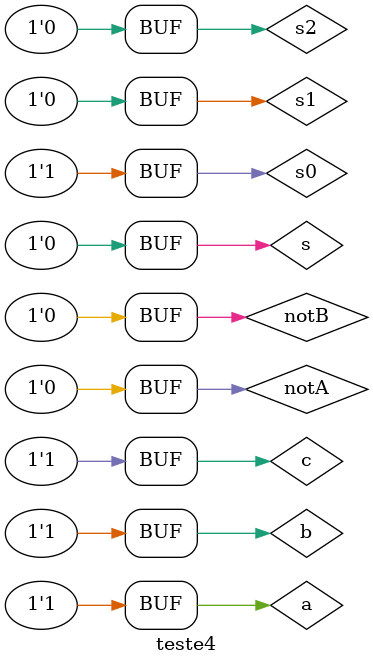
<source format=v>

 module teste4;
 reg   a, b;
 wire  notA, notB, c, s1, s2, s0, s;
 
 nor NOR0 (notA, a, a);
 nor NOR1 (notB, b, b);
 nor COUT (c, notA, notB);
 nor NOR3 (s1, a, notB);
 nor NOR4 (s2, notA, b);
 nor NOR5 (s0, s1,s2);
 nor NOR6 (s, s0, s0);
          
        
 initial begin
 
      $display("Teste 04 - Operador Meia Soma NOR");
      $display("A  +  B  =  C  S");
      
		a=0; b=0;
		
  	#1	 $monitor("%b  +  %b  =  %b  %b", a, b, c, s);
   #1  a=0; b=1;
   #1  a=1; b=0;
   #1  a=1; b=1;

 end

endmodule 

/* TESTE

Teste 04 - Operador Meia Soma NOR
    A  +  B  =  C  S
    0  +  0  =  0  0
    0  +  1  =  0  1
    1  +  0  =  0  1
    1  +  1  =  1  0
*/
</source>
